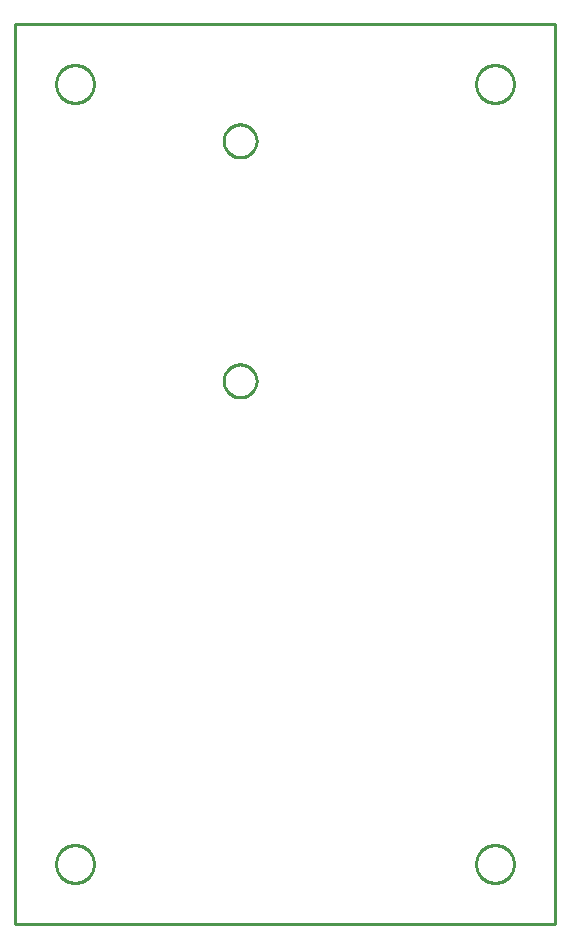
<source format=gbr>
G04 EAGLE Gerber RS-274X export*
G75*
%MOMM*%
%FSLAX34Y34*%
%LPD*%
%IN*%
%IPPOS*%
%AMOC8*
5,1,8,0,0,1.08239X$1,22.5*%
G01*
%ADD10C,0.254000*%


D10*
X0Y0D02*
X-457000Y0D01*
X-457200Y762000D01*
X0Y762000D01*
X0Y0D01*
X-422400Y710676D02*
X-422332Y709631D01*
X-422195Y708592D01*
X-421990Y707565D01*
X-421719Y706553D01*
X-421383Y705561D01*
X-420982Y704593D01*
X-420518Y703654D01*
X-419995Y702746D01*
X-419413Y701875D01*
X-418775Y701044D01*
X-418084Y700257D01*
X-417343Y699516D01*
X-416556Y698825D01*
X-415725Y698188D01*
X-414854Y697606D01*
X-413946Y697082D01*
X-413007Y696618D01*
X-412039Y696217D01*
X-411047Y695881D01*
X-410035Y695610D01*
X-409008Y695405D01*
X-407969Y695269D01*
X-406924Y695200D01*
X-405876Y695200D01*
X-404831Y695269D01*
X-403792Y695405D01*
X-402765Y695610D01*
X-401753Y695881D01*
X-400761Y696217D01*
X-399793Y696618D01*
X-398854Y697082D01*
X-397946Y697606D01*
X-397075Y698188D01*
X-396244Y698825D01*
X-395457Y699516D01*
X-394716Y700257D01*
X-394025Y701044D01*
X-393388Y701875D01*
X-392806Y702746D01*
X-392282Y703654D01*
X-391818Y704593D01*
X-391417Y705561D01*
X-391081Y706553D01*
X-390810Y707565D01*
X-390605Y708592D01*
X-390469Y709631D01*
X-390400Y710676D01*
X-390400Y711724D01*
X-390469Y712769D01*
X-390605Y713808D01*
X-390810Y714835D01*
X-391081Y715847D01*
X-391417Y716839D01*
X-391818Y717807D01*
X-392282Y718746D01*
X-392806Y719654D01*
X-393388Y720525D01*
X-394025Y721356D01*
X-394716Y722143D01*
X-395457Y722884D01*
X-396244Y723575D01*
X-397075Y724213D01*
X-397946Y724795D01*
X-398854Y725318D01*
X-399793Y725782D01*
X-400761Y726183D01*
X-401753Y726519D01*
X-402765Y726790D01*
X-403792Y726995D01*
X-404831Y727132D01*
X-405876Y727200D01*
X-406924Y727200D01*
X-407969Y727132D01*
X-409008Y726995D01*
X-410035Y726790D01*
X-411047Y726519D01*
X-412039Y726183D01*
X-413007Y725782D01*
X-413946Y725318D01*
X-414854Y724795D01*
X-415725Y724213D01*
X-416556Y723575D01*
X-417343Y722884D01*
X-418084Y722143D01*
X-418775Y721356D01*
X-419413Y720525D01*
X-419995Y719654D01*
X-420518Y718746D01*
X-420982Y717807D01*
X-421383Y716839D01*
X-421719Y715847D01*
X-421990Y714835D01*
X-422195Y713808D01*
X-422332Y712769D01*
X-422400Y711724D01*
X-422400Y710676D01*
X-66800Y710676D02*
X-66732Y709631D01*
X-66595Y708592D01*
X-66390Y707565D01*
X-66119Y706553D01*
X-65783Y705561D01*
X-65382Y704593D01*
X-64918Y703654D01*
X-64395Y702746D01*
X-63813Y701875D01*
X-63175Y701044D01*
X-62484Y700257D01*
X-61743Y699516D01*
X-60956Y698825D01*
X-60125Y698188D01*
X-59254Y697606D01*
X-58346Y697082D01*
X-57407Y696618D01*
X-56439Y696217D01*
X-55447Y695881D01*
X-54435Y695610D01*
X-53408Y695405D01*
X-52369Y695269D01*
X-51324Y695200D01*
X-50276Y695200D01*
X-49231Y695269D01*
X-48192Y695405D01*
X-47165Y695610D01*
X-46153Y695881D01*
X-45161Y696217D01*
X-44193Y696618D01*
X-43254Y697082D01*
X-42346Y697606D01*
X-41475Y698188D01*
X-40644Y698825D01*
X-39857Y699516D01*
X-39116Y700257D01*
X-38425Y701044D01*
X-37788Y701875D01*
X-37206Y702746D01*
X-36682Y703654D01*
X-36218Y704593D01*
X-35817Y705561D01*
X-35481Y706553D01*
X-35210Y707565D01*
X-35005Y708592D01*
X-34869Y709631D01*
X-34800Y710676D01*
X-34800Y711724D01*
X-34869Y712769D01*
X-35005Y713808D01*
X-35210Y714835D01*
X-35481Y715847D01*
X-35817Y716839D01*
X-36218Y717807D01*
X-36682Y718746D01*
X-37206Y719654D01*
X-37788Y720525D01*
X-38425Y721356D01*
X-39116Y722143D01*
X-39857Y722884D01*
X-40644Y723575D01*
X-41475Y724213D01*
X-42346Y724795D01*
X-43254Y725318D01*
X-44193Y725782D01*
X-45161Y726183D01*
X-46153Y726519D01*
X-47165Y726790D01*
X-48192Y726995D01*
X-49231Y727132D01*
X-50276Y727200D01*
X-51324Y727200D01*
X-52369Y727132D01*
X-53408Y726995D01*
X-54435Y726790D01*
X-55447Y726519D01*
X-56439Y726183D01*
X-57407Y725782D01*
X-58346Y725318D01*
X-59254Y724795D01*
X-60125Y724213D01*
X-60956Y723575D01*
X-61743Y722884D01*
X-62484Y722143D01*
X-63175Y721356D01*
X-63813Y720525D01*
X-64395Y719654D01*
X-64918Y718746D01*
X-65382Y717807D01*
X-65783Y716839D01*
X-66119Y715847D01*
X-66390Y714835D01*
X-66595Y713808D01*
X-66732Y712769D01*
X-66800Y711724D01*
X-66800Y710676D01*
X-66800Y50276D02*
X-66732Y49231D01*
X-66595Y48192D01*
X-66390Y47165D01*
X-66119Y46153D01*
X-65783Y45161D01*
X-65382Y44193D01*
X-64918Y43254D01*
X-64395Y42346D01*
X-63813Y41475D01*
X-63175Y40644D01*
X-62484Y39857D01*
X-61743Y39116D01*
X-60956Y38425D01*
X-60125Y37788D01*
X-59254Y37206D01*
X-58346Y36682D01*
X-57407Y36218D01*
X-56439Y35817D01*
X-55447Y35481D01*
X-54435Y35210D01*
X-53408Y35005D01*
X-52369Y34869D01*
X-51324Y34800D01*
X-50276Y34800D01*
X-49231Y34869D01*
X-48192Y35005D01*
X-47165Y35210D01*
X-46153Y35481D01*
X-45161Y35817D01*
X-44193Y36218D01*
X-43254Y36682D01*
X-42346Y37206D01*
X-41475Y37788D01*
X-40644Y38425D01*
X-39857Y39116D01*
X-39116Y39857D01*
X-38425Y40644D01*
X-37788Y41475D01*
X-37206Y42346D01*
X-36682Y43254D01*
X-36218Y44193D01*
X-35817Y45161D01*
X-35481Y46153D01*
X-35210Y47165D01*
X-35005Y48192D01*
X-34869Y49231D01*
X-34800Y50276D01*
X-34800Y51324D01*
X-34869Y52369D01*
X-35005Y53408D01*
X-35210Y54435D01*
X-35481Y55447D01*
X-35817Y56439D01*
X-36218Y57407D01*
X-36682Y58346D01*
X-37206Y59254D01*
X-37788Y60125D01*
X-38425Y60956D01*
X-39116Y61743D01*
X-39857Y62484D01*
X-40644Y63175D01*
X-41475Y63813D01*
X-42346Y64395D01*
X-43254Y64918D01*
X-44193Y65382D01*
X-45161Y65783D01*
X-46153Y66119D01*
X-47165Y66390D01*
X-48192Y66595D01*
X-49231Y66732D01*
X-50276Y66800D01*
X-51324Y66800D01*
X-52369Y66732D01*
X-53408Y66595D01*
X-54435Y66390D01*
X-55447Y66119D01*
X-56439Y65783D01*
X-57407Y65382D01*
X-58346Y64918D01*
X-59254Y64395D01*
X-60125Y63813D01*
X-60956Y63175D01*
X-61743Y62484D01*
X-62484Y61743D01*
X-63175Y60956D01*
X-63813Y60125D01*
X-64395Y59254D01*
X-64918Y58346D01*
X-65382Y57407D01*
X-65783Y56439D01*
X-66119Y55447D01*
X-66390Y54435D01*
X-66595Y53408D01*
X-66732Y52369D01*
X-66800Y51324D01*
X-66800Y50276D01*
X-422400Y50276D02*
X-422332Y49231D01*
X-422195Y48192D01*
X-421990Y47165D01*
X-421719Y46153D01*
X-421383Y45161D01*
X-420982Y44193D01*
X-420518Y43254D01*
X-419995Y42346D01*
X-419413Y41475D01*
X-418775Y40644D01*
X-418084Y39857D01*
X-417343Y39116D01*
X-416556Y38425D01*
X-415725Y37788D01*
X-414854Y37206D01*
X-413946Y36682D01*
X-413007Y36218D01*
X-412039Y35817D01*
X-411047Y35481D01*
X-410035Y35210D01*
X-409008Y35005D01*
X-407969Y34869D01*
X-406924Y34800D01*
X-405876Y34800D01*
X-404831Y34869D01*
X-403792Y35005D01*
X-402765Y35210D01*
X-401753Y35481D01*
X-400761Y35817D01*
X-399793Y36218D01*
X-398854Y36682D01*
X-397946Y37206D01*
X-397075Y37788D01*
X-396244Y38425D01*
X-395457Y39116D01*
X-394716Y39857D01*
X-394025Y40644D01*
X-393388Y41475D01*
X-392806Y42346D01*
X-392282Y43254D01*
X-391818Y44193D01*
X-391417Y45161D01*
X-391081Y46153D01*
X-390810Y47165D01*
X-390605Y48192D01*
X-390469Y49231D01*
X-390400Y50276D01*
X-390400Y51324D01*
X-390469Y52369D01*
X-390605Y53408D01*
X-390810Y54435D01*
X-391081Y55447D01*
X-391417Y56439D01*
X-391818Y57407D01*
X-392282Y58346D01*
X-392806Y59254D01*
X-393388Y60125D01*
X-394025Y60956D01*
X-394716Y61743D01*
X-395457Y62484D01*
X-396244Y63175D01*
X-397075Y63813D01*
X-397946Y64395D01*
X-398854Y64918D01*
X-399793Y65382D01*
X-400761Y65783D01*
X-401753Y66119D01*
X-402765Y66390D01*
X-403792Y66595D01*
X-404831Y66732D01*
X-405876Y66800D01*
X-406924Y66800D01*
X-407969Y66732D01*
X-409008Y66595D01*
X-410035Y66390D01*
X-411047Y66119D01*
X-412039Y65783D01*
X-413007Y65382D01*
X-413946Y64918D01*
X-414854Y64395D01*
X-415725Y63813D01*
X-416556Y63175D01*
X-417343Y62484D01*
X-418084Y61743D01*
X-418775Y60956D01*
X-419413Y60125D01*
X-419995Y59254D01*
X-420518Y58346D01*
X-420982Y57407D01*
X-421383Y56439D01*
X-421719Y55447D01*
X-421990Y54435D01*
X-422195Y53408D01*
X-422332Y52369D01*
X-422400Y51324D01*
X-422400Y50276D01*
X-280670Y662441D02*
X-280599Y661446D01*
X-280457Y660458D01*
X-280245Y659483D01*
X-279964Y658525D01*
X-279615Y657591D01*
X-279200Y656683D01*
X-278722Y655807D01*
X-278183Y654968D01*
X-277585Y654169D01*
X-276931Y653415D01*
X-276225Y652709D01*
X-275471Y652055D01*
X-274673Y651457D01*
X-273833Y650918D01*
X-272957Y650440D01*
X-272050Y650025D01*
X-271115Y649676D01*
X-270157Y649395D01*
X-269182Y649183D01*
X-268194Y649041D01*
X-267199Y648970D01*
X-266201Y648970D01*
X-265206Y649041D01*
X-264218Y649183D01*
X-263243Y649395D01*
X-262285Y649676D01*
X-261351Y650025D01*
X-260443Y650440D01*
X-259567Y650918D01*
X-258728Y651457D01*
X-257929Y652055D01*
X-257175Y652709D01*
X-256469Y653415D01*
X-255815Y654169D01*
X-255217Y654968D01*
X-254678Y655807D01*
X-254200Y656683D01*
X-253785Y657591D01*
X-253436Y658525D01*
X-253155Y659483D01*
X-252943Y660458D01*
X-252801Y661446D01*
X-252730Y662441D01*
X-252730Y663439D01*
X-252801Y664434D01*
X-252943Y665422D01*
X-253155Y666397D01*
X-253436Y667355D01*
X-253785Y668290D01*
X-254200Y669197D01*
X-254678Y670073D01*
X-255217Y670913D01*
X-255815Y671711D01*
X-256469Y672465D01*
X-257175Y673171D01*
X-257929Y673825D01*
X-258728Y674423D01*
X-259567Y674962D01*
X-260443Y675440D01*
X-261351Y675855D01*
X-262285Y676204D01*
X-263243Y676485D01*
X-264218Y676697D01*
X-265206Y676839D01*
X-266201Y676910D01*
X-267199Y676910D01*
X-268194Y676839D01*
X-269182Y676697D01*
X-270157Y676485D01*
X-271115Y676204D01*
X-272050Y675855D01*
X-272957Y675440D01*
X-273833Y674962D01*
X-274673Y674423D01*
X-275471Y673825D01*
X-276225Y673171D01*
X-276931Y672465D01*
X-277585Y671711D01*
X-278183Y670913D01*
X-278722Y670073D01*
X-279200Y669197D01*
X-279615Y668290D01*
X-279964Y667355D01*
X-280245Y666397D01*
X-280457Y665422D01*
X-280599Y664434D01*
X-280670Y663439D01*
X-280670Y662441D01*
X-280670Y459241D02*
X-280599Y458246D01*
X-280457Y457258D01*
X-280245Y456283D01*
X-279964Y455325D01*
X-279615Y454391D01*
X-279200Y453483D01*
X-278722Y452607D01*
X-278183Y451768D01*
X-277585Y450969D01*
X-276931Y450215D01*
X-276225Y449509D01*
X-275471Y448855D01*
X-274673Y448257D01*
X-273833Y447718D01*
X-272957Y447240D01*
X-272050Y446825D01*
X-271115Y446476D01*
X-270157Y446195D01*
X-269182Y445983D01*
X-268194Y445841D01*
X-267199Y445770D01*
X-266201Y445770D01*
X-265206Y445841D01*
X-264218Y445983D01*
X-263243Y446195D01*
X-262285Y446476D01*
X-261351Y446825D01*
X-260443Y447240D01*
X-259567Y447718D01*
X-258728Y448257D01*
X-257929Y448855D01*
X-257175Y449509D01*
X-256469Y450215D01*
X-255815Y450969D01*
X-255217Y451768D01*
X-254678Y452607D01*
X-254200Y453483D01*
X-253785Y454391D01*
X-253436Y455325D01*
X-253155Y456283D01*
X-252943Y457258D01*
X-252801Y458246D01*
X-252730Y459241D01*
X-252730Y460239D01*
X-252801Y461234D01*
X-252943Y462222D01*
X-253155Y463197D01*
X-253436Y464155D01*
X-253785Y465090D01*
X-254200Y465997D01*
X-254678Y466873D01*
X-255217Y467713D01*
X-255815Y468511D01*
X-256469Y469265D01*
X-257175Y469971D01*
X-257929Y470625D01*
X-258728Y471223D01*
X-259567Y471762D01*
X-260443Y472240D01*
X-261351Y472655D01*
X-262285Y473004D01*
X-263243Y473285D01*
X-264218Y473497D01*
X-265206Y473639D01*
X-266201Y473710D01*
X-267199Y473710D01*
X-268194Y473639D01*
X-269182Y473497D01*
X-270157Y473285D01*
X-271115Y473004D01*
X-272050Y472655D01*
X-272957Y472240D01*
X-273833Y471762D01*
X-274673Y471223D01*
X-275471Y470625D01*
X-276225Y469971D01*
X-276931Y469265D01*
X-277585Y468511D01*
X-278183Y467713D01*
X-278722Y466873D01*
X-279200Y465997D01*
X-279615Y465090D01*
X-279964Y464155D01*
X-280245Y463197D01*
X-280457Y462222D01*
X-280599Y461234D01*
X-280670Y460239D01*
X-280670Y459241D01*
M02*

</source>
